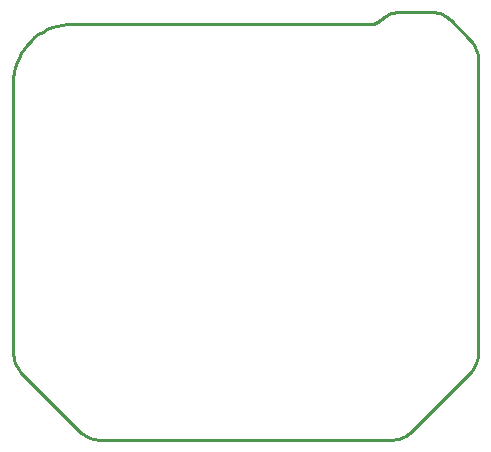
<source format=gbr>
G04 EAGLE Gerber RS-274X export*
G75*
%MOMM*%
%FSLAX34Y34*%
%LPD*%
%IN*%
%IPPOS*%
%AMOC8*
5,1,8,0,0,1.08239X$1,22.5*%
G01*
%ADD10C,0.254000*%


D10*
X-12700Y74021D02*
X-12603Y71807D01*
X-12314Y69610D01*
X-11835Y67447D01*
X-11168Y65334D01*
X-10320Y63287D01*
X-9297Y61321D01*
X-8107Y59452D01*
X-6758Y57694D01*
X-5261Y56061D01*
X-5261Y56061D01*
X43361Y7440D01*
X44994Y5943D01*
X46752Y4594D01*
X48621Y3403D01*
X50587Y2380D01*
X52634Y1532D01*
X54747Y866D01*
X56910Y386D01*
X59107Y97D01*
X61321Y0D01*
X61321Y0D01*
X306979Y0D01*
X309193Y97D01*
X311390Y386D01*
X313553Y865D01*
X315666Y1532D01*
X317713Y2380D01*
X319679Y3403D01*
X321548Y4594D01*
X323306Y5942D01*
X324939Y7440D01*
X324940Y7440D01*
X373561Y56061D01*
X375058Y57694D01*
X376406Y59452D01*
X377597Y61321D01*
X378620Y63287D01*
X379468Y65334D01*
X380135Y67447D01*
X380614Y69610D01*
X380903Y71807D01*
X381000Y74021D01*
X381000Y74021D01*
X381000Y321410D01*
X380903Y323624D01*
X380614Y325821D01*
X380135Y327984D01*
X379468Y330098D01*
X378620Y332145D01*
X377597Y334110D01*
X376406Y335979D01*
X375058Y337737D01*
X373561Y339371D01*
X373502Y339429D01*
X357749Y355079D01*
X356111Y356571D01*
X354348Y357914D01*
X352476Y359098D01*
X350507Y360115D01*
X348457Y360956D01*
X346341Y361616D01*
X344176Y362088D01*
X341979Y362370D01*
X339848Y362460D01*
X315909Y362460D01*
X313695Y362363D01*
X311499Y362074D01*
X309335Y361595D01*
X307222Y360928D01*
X305175Y360080D01*
X303209Y359057D01*
X301340Y357866D01*
X299582Y356518D01*
X298158Y355227D01*
X297375Y354527D01*
X296534Y353897D01*
X295642Y353343D01*
X294704Y352868D01*
X293729Y352477D01*
X292724Y352173D01*
X291695Y351958D01*
X290652Y351833D01*
X289722Y351798D01*
X37383Y352217D01*
X33025Y352034D01*
X28699Y351472D01*
X24439Y350535D01*
X20277Y349230D01*
X16244Y347568D01*
X12372Y345560D01*
X8689Y343222D01*
X5224Y340573D01*
X2004Y337631D01*
X-949Y334420D01*
X-3610Y330964D01*
X-5960Y327289D01*
X-7980Y323424D01*
X-9656Y319396D01*
X-10975Y315239D01*
X-11926Y310982D01*
X-12502Y306658D01*
X-12700Y302301D01*
X-12700Y302217D01*
X-12700Y117475D01*
X-12700Y74021D01*
M02*

</source>
